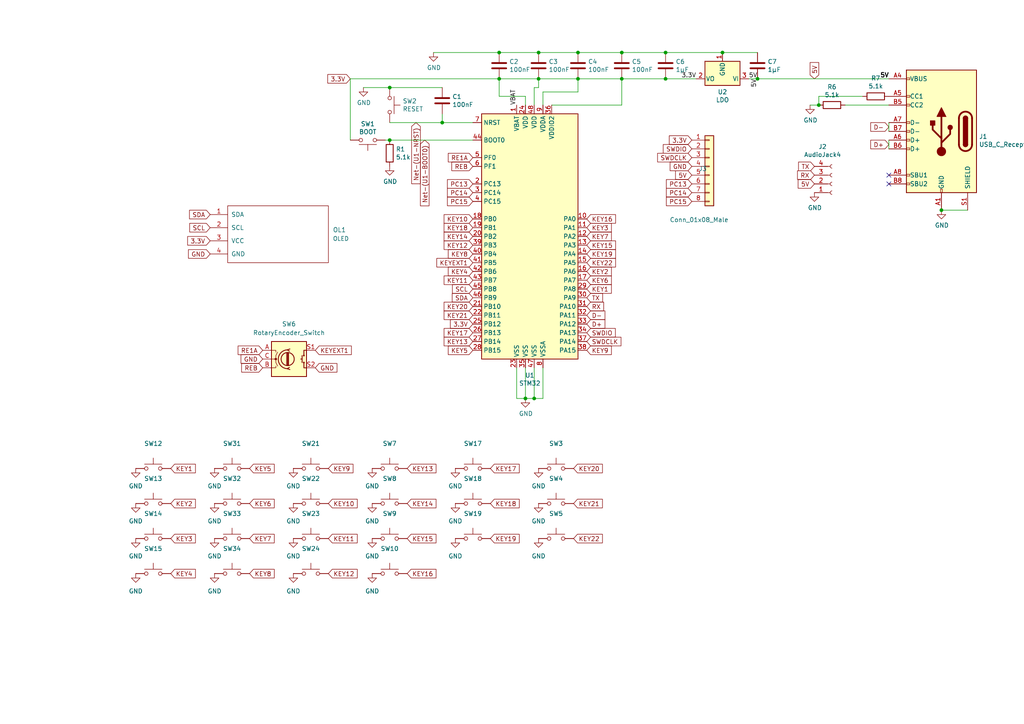
<source format=kicad_sch>
(kicad_sch (version 20231120) (generator "eeschema") (generator_version "8.0")
  (paper "A4")
  (lib_symbols
    (symbol "Connector_Generic:Conn_01x08" (pin_names (offset 1.016) hide)
      (property "Reference" "J" (at 0 10.16 0))
      (property "Value" "Conn_01x08" (at 0 -12.7 0))
      (symbol "Conn_01x08_1_1"
        (rectangle (start -1.27 -10.033) (end 0 -10.287) (stroke (width 0.1524)))
        (rectangle (start -1.27 -7.493) (end 0 -7.747) (stroke (width 0.1524)))
        (rectangle (start -1.27 -4.953) (end 0 -5.207) (stroke (width 0.1524)))
        (rectangle (start -1.27 -2.413) (end 0 -2.667) (stroke (width 0.1524)))
        (rectangle (start -1.27 0.127) (end 0 -0.127) (stroke (width 0.1524)))
        (rectangle (start -1.27 2.667) (end 0 2.413) (stroke (width 0.1524)))
        (rectangle (start -1.27 5.207) (end 0 4.953) (stroke (width 0.1524)))
        (rectangle (start -1.27 7.747) (end 0 7.493) (stroke (width 0.1524)))
        (rectangle (start -1.27 8.89) (end 1.27 -11.43) (stroke (width 0.254)) (fill (type background)))
        (pin passive line (at -5.08 7.62 0) (length 3.81) (name "Pin_1") (number "1"))
        (pin passive line (at -5.08 5.08 0) (length 3.81) (name "Pin_2") (number "2"))
        (pin passive line (at -5.08 2.54 0) (length 3.81) (name "Pin_3") (number "3"))
        (pin passive line (at -5.08 0 0) (length 3.81) (name "Pin_4") (number "4"))
        (pin passive line (at -5.08 -2.54 0) (length 3.81) (name "Pin_5") (number "5"))
        (pin passive line (at -5.08 -5.08 0) (length 3.81) (name "Pin_6") (number "6"))
        (pin passive line (at -5.08 -7.62 0) (length 3.81) (name "Pin_7") (number "7"))
        (pin passive line (at -5.08 -10.16 0) (length 3.81) (name "Pin_8") (number "8"))
      )
    )
    (symbol "Device:C" (pin_numbers hide) (pin_names (offset 0.254))
      (property "Reference" "C" (at 0.635 2.54 0))
      (property "Value" "C" (at 0.635 -2.54 0))
      (symbol "C_0_1"
        (polyline (pts (xy -2.032 -0.762) (xy 2.032 -0.762)) (stroke (width 0.508)))
        (polyline (pts (xy -2.032 0.762) (xy 2.032 0.762)) (stroke (width 0.508)))
      )
      (symbol "C_1_1"
        (pin passive line (at 0 3.81 270) (length 2.794) (name "~") (number "1"))
        (pin passive line (at 0 -3.81 90) (length 2.794) (name "~") (number "2"))
      )
    )
    (symbol "Device:R" (pin_numbers hide) (pin_names (offset 0))
      (property "Reference" "R" (at 2.032 0 90))
      (property "Value" "R" (at 0 0 90))
      (symbol "R_0_1"
        (rectangle (start -1.016 -2.54) (end 1.016 2.54) (stroke (width 0.254)))
      )
      (symbol "R_1_1"
        (pin passive line (at 0 3.81 270) (length 1.27) (name "~") (number "1"))
        (pin passive line (at 0 -3.81 90) (length 1.27) (name "~") (number "2"))
      )
    )
    (symbol "Device:RotaryEncoder_Switch" (pin_names (offset 0.254) hide)
      (property "Reference" "SW" (at 0 6.604 0))
      (property "Value" "RotaryEncoder_Switch" (at 0 -6.604 0))
      (symbol "RotaryEncoder_Switch_0_1"
        (rectangle (start -5.08 5.08) (end 5.08 -5.08) (stroke (width 0.254)) (fill (type background)))
        (circle (center -3.81 0) (radius 0.254) (fill (type outline)))
        (circle (center -0.381 0) (radius 1.905) (stroke (width 0.254)))
        (arc (start -0.381 2.667) (mid -3.0988 -0.0635) (end -0.381 -2.794) (stroke (width 0.254)))
        (polyline (pts (xy -0.635 -1.778) (xy -0.635 1.778)) (stroke (width 0.254)))
        (polyline (pts (xy -0.381 -1.778) (xy -0.381 1.778)) (stroke (width 0.254)))
        (polyline (pts (xy -0.127 1.778) (xy -0.127 -1.778)) (stroke (width 0.254)))
        (polyline (pts (xy 3.81 0) (xy 3.429 0)) (stroke (width 0.254)))
        (polyline (pts (xy 3.81 1.016) (xy 3.81 -1.016)) (stroke (width 0.254)))
        (polyline (pts (xy -5.08 -2.54) (xy -3.81 -2.54) (xy -3.81 -2.032)))
        (polyline (pts (xy -5.08 2.54) (xy -3.81 2.54) (xy -3.81 2.032)))
        (polyline (pts (xy 0.254 -3.048) (xy -0.508 -2.794) (xy 0.127 -2.413)) (stroke (width 0.254)))
        (polyline (pts (xy 0.254 2.921) (xy -0.508 2.667) (xy 0.127 2.286)) (stroke (width 0.254)))
        (polyline (pts (xy 5.08 -2.54) (xy 4.318 -2.54) (xy 4.318 -1.016)) (stroke (width 0.254)))
        (polyline (pts (xy 5.08 2.54) (xy 4.318 2.54) (xy 4.318 1.016)) (stroke (width 0.254)))
        (polyline (pts (xy -5.08 0) (xy -3.81 0) (xy -3.81 -1.016) (xy -3.302 -2.032)))
        (polyline (pts (xy -4.318 0) (xy -3.81 0) (xy -3.81 1.016) (xy -3.302 2.032)))
        (circle (center 4.318 -1.016) (radius 0.127) (stroke (width 0.254)))
        (circle (center 4.318 1.016) (radius 0.127) (stroke (width 0.254)))
      )
      (symbol "RotaryEncoder_Switch_1_1"
        (pin passive line (at -7.62 2.54 0) (length 2.54) (name "A") (number "A"))
        (pin passive line (at -7.62 -2.54 0) (length 2.54) (name "B") (number "B"))
        (pin passive line (at -7.62 0 0) (length 2.54) (name "C") (number "C"))
        (pin passive line (at 7.62 2.54 180) (length 2.54) (name "S1") (number "S1"))
        (pin passive line (at 7.62 -2.54 180) (length 2.54) (name "S2") (number "S2"))
      )
    )
    (symbol "Switch:SW_Push" (pin_numbers hide) (pin_names (offset 1.016) hide)
      (property "Reference" "SW" (at 1.27 2.54 0))
      (property "Value" "SW_Push" (at 0 -1.524 0))
      (symbol "SW_Push_0_1"
        (circle (center -2.032 0) (radius 0.508))
        (polyline (pts (xy 0 1.27) (xy 0 3.048)))
        (polyline (pts (xy 2.54 1.27) (xy -2.54 1.27)))
        (circle (center 2.032 0) (radius 0.508))
        (pin passive line (at -5.08 0 0) (length 2.54) (name "1") (number "1"))
        (pin passive line (at 5.08 0 180) (length 2.54) (name "2") (number "2"))
      )
    )
    (symbol "kbd:OLED" (pin_names (offset 1.016))
      (property "Reference" "OL" (at 0 2.54 0))
      (property "Value" "OLED" (at 0 -1.27 0))
      (symbol "OLED_0_1"
        (rectangle (start -13.97 8.89) (end 15.24 -7.62))
      )
      (symbol "OLED_1_1"
        (pin bidirectional line (at -19.05 6.35 0) (length 5.08) (name "SDA") (number "1"))
        (pin bidirectional line (at -19.05 2.54 0) (length 5.08) (name "SCL") (number "2"))
        (pin power_in line (at -19.05 -1.27 0) (length 5.08) (name "VCC") (number "3"))
        (pin power_in line (at -19.05 -5.08 0) (length 5.08) (name "GND") (number "4"))
      )
    )
    (symbol "power:GND" (power) (pin_numbers hide) (pin_names (offset 0) hide)
      (property "Value" "GND" (at 0 -3.81 0))
      (symbol "GND_0_1"
        (polyline (pts (xy 0 0) (xy 0 -1.27) (xy 1.27 -1.27) (xy 0 -2.54) (xy -1.27 -1.27) (xy 0 -1.27)))
      )
      (symbol "GND_1_1"
        (pin power_in line (at 0 0 270) (length 0) (name "~") (number "1"))
      )
    )
    (symbol "right-rescue:Conn_01x04_Female-Connector" (pin_names (offset 1.016) hide)
      (property "Reference" "J" (at 0 5.08 0))
      (property "Value" "Connector_Conn_01x04_Female" (at 0 -7.62 0))
      (symbol "Conn_01x04_Female-Connector_1_1"
        (arc (start 0 -4.572) (mid -0.508 -5.08) (end 0 -5.588) (stroke (width 0.1524)))
        (arc (start 0 -2.032) (mid -0.508 -2.54) (end 0 -3.048) (stroke (width 0.1524)))
        (polyline (pts (xy -1.27 -5.08) (xy -0.508 -5.08)) (stroke (width 0.1524)))
        (polyline (pts (xy -1.27 -2.54) (xy -0.508 -2.54)) (stroke (width 0.1524)))
        (polyline (pts (xy -1.27 0) (xy -0.508 0)) (stroke (width 0.1524)))
        (polyline (pts (xy -1.27 2.54) (xy -0.508 2.54)) (stroke (width 0.1524)))
        (arc (start 0 0.508) (mid -0.508 0) (end 0 -0.508) (stroke (width 0.1524)))
        (arc (start 0 3.048) (mid -0.508 2.54) (end 0 2.032) (stroke (width 0.1524)))
        (pin passive line (at -5.08 2.54 0) (length 3.81) (name "Pin_1") (number "1"))
        (pin passive line (at -5.08 0 0) (length 3.81) (name "Pin_2") (number "2"))
        (pin passive line (at -5.08 -2.54 0) (length 3.81) (name "Pin_3") (number "3"))
        (pin passive line (at -5.08 -5.08 0) (length 3.81) (name "Pin_4") (number "4"))
      )
    )
    (symbol "right-rescue:GND-power" (power) (pin_names (offset 0))
      (property "Value" "power_GND" (at 0 -3.81 0))
      (symbol "GND-power_0_1"
        (polyline (pts (xy 0 0) (xy 0 -1.27) (xy 1.27 -1.27) (xy 0 -2.54) (xy -1.27 -1.27) (xy 0 -1.27)))
      )
      (symbol "GND-power_1_1"
        (pin power_in line (at 0 0 270) (length 0) hide (name "GND") (number "1"))
      )
    )
    (symbol "right-rescue:MCP1703A-3302_SOT23-Regulator_Linear" (pin_names (offset 0.254))
      (property "Reference" "U" (at -3.81 3.175 0))
      (property "Value" "Regulator_Linear_MCP1703A-3302_SOT23" (at 0 3.175 0))
      (symbol "MCP1703A-3302_SOT23-Regulator_Linear_0_1"
        (rectangle (start -5.08 -5.08) (end 5.08 1.905) (stroke (width 0.254)) (fill (type background)))
      )
      (symbol "MCP1703A-3302_SOT23-Regulator_Linear_1_1"
        (pin power_in line (at 0 -7.62 90) (length 2.54) (name "GND") (number "1"))
        (pin power_out line (at 7.62 0 180) (length 2.54) (name "VO") (number "2"))
        (pin power_in line (at -7.62 0 0) (length 2.54) (name "VI") (number "3"))
      )
    )
    (symbol "right-rescue:STM32F072CBTx-MCU_ST_STM32F0"
      (property "Reference" "U" (at -15.24 36.83 0))
      (property "Value" "MCU_ST_STM32F0_STM32F072CBTx" (at 7.62 36.83 0))
      (symbol "STM32F072CBTx-MCU_ST_STM32F0_0_1"
        (rectangle (start -15.24 -35.56) (end 12.7 35.56) (stroke (width 0.254)) (fill (type background)))
      )
      (symbol "STM32F072CBTx-MCU_ST_STM32F0_1_1"
        (pin power_in line (at -5.08 38.1 270) (length 2.54) (name "VBAT") (number "1"))
        (pin bidirectional line (at 15.24 5.08 180) (length 2.54) (name "PA0") (number "10"))
        (pin bidirectional line (at 15.24 2.54 180) (length 2.54) (name "PA1") (number "11"))
        (pin bidirectional line (at 15.24 0 180) (length 2.54) (name "PA2") (number "12"))
        (pin bidirectional line (at 15.24 -2.54 180) (length 2.54) (name "PA3") (number "13"))
        (pin bidirectional line (at 15.24 -5.08 180) (length 2.54) (name "PA4") (number "14"))
        (pin bidirectional line (at 15.24 -7.62 180) (length 2.54) (name "PA5") (number "15"))
        (pin bidirectional line (at 15.24 -10.16 180) (length 2.54) (name "PA6") (number "16"))
        (pin bidirectional line (at 15.24 -12.7 180) (length 2.54) (name "PA7") (number "17"))
        (pin bidirectional line (at -17.78 5.08 0) (length 2.54) (name "PB0") (number "18"))
        (pin bidirectional line (at -17.78 2.54 0) (length 2.54) (name "PB1") (number "19"))
        (pin bidirectional line (at -17.78 15.24 0) (length 2.54) (name "PC13") (number "2"))
        (pin bidirectional line (at -17.78 0 0) (length 2.54) (name "PB2") (number "20"))
        (pin bidirectional line (at -17.78 -20.32 0) (length 2.54) (name "PB10") (number "21"))
        (pin bidirectional line (at -17.78 -22.86 0) (length 2.54) (name "PB11") (number "22"))
        (pin power_in line (at -5.08 -38.1 90) (length 2.54) (name "VSS") (number "23"))
        (pin power_in line (at -2.54 38.1 270) (length 2.54) (name "VDD") (number "24"))
        (pin bidirectional line (at -17.78 -25.4 0) (length 2.54) (name "PB12") (number "25"))
        (pin bidirectional line (at -17.78 -27.94 0) (length 2.54) (name "PB13") (number "26"))
        (pin bidirectional line (at -17.78 -30.48 0) (length 2.54) (name "PB14") (number "27"))
        (pin bidirectional line (at -17.78 -33.02 0) (length 2.54) (name "PB15") (number "28"))
        (pin bidirectional line (at 15.24 -15.24 180) (length 2.54) (name "PA8") (number "29"))
        (pin bidirectional line (at -17.78 12.7 0) (length 2.54) (name "PC14") (number "3"))
        (pin bidirectional line (at 15.24 -17.78 180) (length 2.54) (name "PA9") (number "30"))
        (pin bidirectional line (at 15.24 -20.32 180) (length 2.54) (name "PA10") (number "31"))
        (pin bidirectional line (at 15.24 -22.86 180) (length 2.54) (name "PA11") (number "32"))
        (pin bidirectional line (at 15.24 -25.4 180) (length 2.54) (name "PA12") (number "33"))
        (pin bidirectional line (at 15.24 -27.94 180) (length 2.54) (name "PA13") (number "34"))
        (pin power_in line (at -2.54 -38.1 90) (length 2.54) (name "VSS") (number "35"))
        (pin power_in line (at 5.08 38.1 270) (length 2.54) (name "VDDIO2") (number "36"))
        (pin bidirectional line (at 15.24 -30.48 180) (length 2.54) (name "PA14") (number "37"))
        (pin bidirectional line (at 15.24 -33.02 180) (length 2.54) (name "PA15") (number "38"))
        (pin bidirectional line (at -17.78 -2.54 0) (length 2.54) (name "PB3") (number "39"))
        (pin bidirectional line (at -17.78 10.16 0) (length 2.54) (name "PC15") (number "4"))
        (pin bidirectional line (at -17.78 -5.08 0) (length 2.54) (name "PB4") (number "40"))
        (pin bidirectional line (at -17.78 -7.62 0) (length 2.54) (name "PB5") (number "41"))
        (pin bidirectional line (at -17.78 -10.16 0) (length 2.54) (name "PB6") (number "42"))
        (pin bidirectional line (at -17.78 -12.7 0) (length 2.54) (name "PB7") (number "43"))
        (pin input line (at -17.78 27.94 0) (length 2.54) (name "BOOT0") (number "44"))
        (pin bidirectional line (at -17.78 -15.24 0) (length 2.54) (name "PB8") (number "45"))
        (pin bidirectional line (at -17.78 -17.78 0) (length 2.54) (name "PB9") (number "46"))
        (pin power_in line (at 0 -38.1 90) (length 2.54) (name "VSS") (number "47"))
        (pin power_in line (at 0 38.1 270) (length 2.54) (name "VDD") (number "48"))
        (pin input line (at -17.78 22.86 0) (length 2.54) (name "PF0") (number "5"))
        (pin input line (at -17.78 20.32 0) (length 2.54) (name "PF1") (number "6"))
        (pin input line (at -17.78 33.02 0) (length 2.54) (name "NRST") (number "7"))
        (pin power_in line (at 2.54 -38.1 90) (length 2.54) (name "VSSA") (number "8"))
        (pin power_in line (at 2.54 38.1 270) (length 2.54) (name "VDDA") (number "9"))
      )
    )
    (symbol "right-rescue:USB_C_Receptacle_USB2.0-Connector" (pin_names (offset 1.016))
      (property "Reference" "J" (at -10.16 19.05 0))
      (property "Value" "Connector_USB_C_Receptacle_USB2.0" (at 19.05 19.05 0))
      (symbol "USB_C_Receptacle_USB2.0-Connector_0_0"
        (rectangle (start -0.254 -17.78) (end 0.254 -16.764))
        (rectangle (start 10.16 -14.986) (end 9.144 -15.494))
        (rectangle (start 10.16 -12.446) (end 9.144 -12.954))
        (rectangle (start 10.16 -4.826) (end 9.144 -5.334))
        (rectangle (start 10.16 -2.286) (end 9.144 -2.794))
        (rectangle (start 10.16 0.254) (end 9.144 -0.254))
        (rectangle (start 10.16 2.794) (end 9.144 2.286))
        (rectangle (start 10.16 7.874) (end 9.144 7.366))
        (rectangle (start 10.16 10.414) (end 9.144 9.906))
        (rectangle (start 10.16 15.494) (end 9.144 14.986))
      )
      (symbol "USB_C_Receptacle_USB2.0-Connector_0_1"
        (rectangle (start -10.16 17.78) (end 10.16 -17.78) (stroke (width 0.254)) (fill (type background)))
        (arc (start -8.89 -3.81) (mid -6.985 -5.715) (end -5.08 -3.81) (stroke (width 0.508)))
        (arc (start -7.62 -3.81) (mid -6.985 -4.445) (end -6.35 -3.81) (stroke (width 0.254)))
        (arc (start -7.62 -3.81) (mid -6.985 -4.445) (end -6.35 -3.81) (stroke (width 0.254)) (fill (type outline)))
        (rectangle (start -7.62 -3.81) (end -6.35 3.81) (stroke (width 0.254)) (fill (type outline)))
        (arc (start -6.35 3.81) (mid -6.985 4.445) (end -7.62 3.81) (stroke (width 0.254)))
        (arc (start -6.35 3.81) (mid -6.985 4.445) (end -7.62 3.81) (stroke (width 0.254)) (fill (type outline)))
        (arc (start -5.08 3.81) (mid -6.985 5.715) (end -8.89 3.81) (stroke (width 0.508)))
        (circle (center -2.54 1.143) (radius 0.635) (stroke (width 0.254)) (fill (type outline)))
        (circle (center 0 -5.842) (radius 1.27) (fill (type outline)))
        (polyline (pts (xy -8.89 -3.81) (xy -8.89 3.81)) (stroke (width 0.508)))
        (polyline (pts (xy -5.08 3.81) (xy -5.08 -3.81)) (stroke (width 0.508)))
        (polyline (pts (xy 0 -5.842) (xy 0 4.318)) (stroke (width 0.508)))
        (polyline (pts (xy 0 -3.302) (xy -2.54 -0.762) (xy -2.54 0.508)) (stroke (width 0.508)))
        (polyline (pts (xy 0 -2.032) (xy 2.54 0.508) (xy 2.54 1.778)) (stroke (width 0.508)))
        (polyline (pts (xy -1.27 4.318) (xy 0 6.858) (xy 1.27 4.318) (xy -1.27 4.318)) (stroke (width 0.254)) (fill (type outline)))
        (rectangle (start 1.905 1.778) (end 3.175 3.048) (stroke (width 0.254)) (fill (type outline)))
      )
      (symbol "USB_C_Receptacle_USB2.0-Connector_1_1"
        (pin power_in line (at 0 -22.86 90) (length 5.08) (name "GND") (number "A1"))
        (pin passive line (at 0 -22.86 90) (length 5.08) hide (name "GND") (number "A12"))
        (pin power_in line (at 15.24 15.24 180) (length 5.08) (name "VBUS") (number "A4"))
        (pin bidirectional line (at 15.24 10.16 180) (length 5.08) (name "CC1") (number "A5"))
        (pin bidirectional line (at 15.24 -2.54 180) (length 5.08) (name "D+") (number "A6"))
        (pin bidirectional line (at 15.24 2.54 180) (length 5.08) (name "D-") (number "A7"))
        (pin bidirectional line (at 15.24 -12.7 180) (length 5.08) (name "SBU1") (number "A8"))
        (pin passive line (at 15.24 15.24 180) (length 5.08) hide (name "VBUS") (number "A9"))
        (pin passive line (at 0 -22.86 90) (length 5.08) hide (name "GND") (number "B1"))
        (pin passive line (at 0 -22.86 90) (length 5.08) hide (name "GND") (number "B12"))
        (pin passive line (at 15.24 15.24 180) (length 5.08) hide (name "VBUS") (number "B4"))
        (pin bidirectional line (at 15.24 7.62 180) (length 5.08) (name "CC2") (number "B5"))
        (pin bidirectional line (at 15.24 -5.08 180) (length 5.08) (name "D+") (number "B6"))
        (pin bidirectional line (at 15.24 0 180) (length 5.08) (name "D-") (number "B7"))
        (pin bidirectional line (at 15.24 -15.24 180) (length 5.08) (name "SBU2") (number "B8"))
        (pin passive line (at 15.24 15.24 180) (length 5.08) hide (name "VBUS") (number "B9"))
        (pin passive line (at -7.62 -22.86 90) (length 5.08) (name "SHIELD") (number "S1"))
      )
    )
  )
  (junction (at 193.04 22.86))
  (junction (at 113.03 40.64))
  (junction (at 193.04 15.24))
  (junction (at 156.21 15.24))
  (junction (at 154.94 115.57))
  (junction (at 113.03 25.4))
  (junction (at 180.34 22.86))
  (junction (at 144.78 15.24))
  (junction (at 144.78 22.86))
  (junction (at 209.55 15.24))
  (junction (at 167.64 22.86))
  (junction (at 152.4 115.57))
  (junction (at 156.21 22.86))
  (junction (at 180.34 15.24))
  (junction (at 273.05 60.96))
  (junction (at 128.27 35.56))
  (junction (at 219.71 22.86))
  (junction (at 167.64 15.24))
  (junction (at 237.49 30.48))
  (no_connect (at 257.81 50.8))
  (no_connect (at 257.81 53.34))
  (wire (pts (xy 154.94 25.4) (xy 156.21 25.4)))
  (wire (pts (xy 219.71 22.86) (xy 257.81 22.86)))
  (wire (pts (xy 101.6 40.64) (xy 101.6 22.86)))
  (wire (pts (xy 149.86 115.57) (xy 152.4 115.57)))
  (wire (pts (xy 144.78 15.24) (xy 156.21 15.24)))
  (wire (pts (xy 180.34 15.24) (xy 193.04 15.24)))
  (wire (pts (xy 113.03 25.4) (xy 128.27 25.4)))
  (wire (pts (xy 154.94 30.48) (xy 154.94 25.4)))
  (wire (pts (xy 152.4 27.94) (xy 144.78 27.94)))
  (wire (pts (xy 180.34 30.48) (xy 180.34 22.86)))
  (wire (pts (xy 113.03 40.64) (xy 137.16 40.64)))
  (wire (pts (xy 219.71 15.24) (xy 209.55 15.24)))
  (wire (pts (xy 167.64 15.24) (xy 180.34 15.24)))
  (wire (pts (xy 125.73 15.24) (xy 144.78 15.24)))
  (wire (pts (xy 180.34 22.86) (xy 193.04 22.86)))
  (wire (pts (xy 154.94 106.68) (xy 154.94 115.57)))
  (wire (pts (xy 111.76 40.64) (xy 113.03 40.64)))
  (wire (pts (xy 113.03 35.56) (xy 128.27 35.56)))
  (wire (pts (xy 101.6 22.86) (xy 144.78 22.86)))
  (wire (pts (xy 128.27 35.56) (xy 128.27 33.02)))
  (wire (pts (xy 250.19 27.94) (xy 237.49 27.94)))
  (wire (pts (xy 167.64 22.86) (xy 180.34 22.86)))
  (wire (pts (xy 167.64 26.67) (xy 157.48 26.67)))
  (wire (pts (xy 157.48 106.68) (xy 157.48 115.57)))
  (wire (pts (xy 280.67 60.96) (xy 273.05 60.96)))
  (wire (pts (xy 128.27 35.56) (xy 137.16 35.56)))
  (wire (pts (xy 257.81 35.56) (xy 257.81 38.1)))
  (wire (pts (xy 156.21 22.86) (xy 167.64 22.86)))
  (wire (pts (xy 257.81 40.64) (xy 257.81 43.18)))
  (wire (pts (xy 245.11 30.48) (xy 257.81 30.48)))
  (wire (pts (xy 193.04 22.86) (xy 201.93 22.86)))
  (wire (pts (xy 237.49 27.94) (xy 237.49 30.48)))
  (wire (pts (xy 149.86 106.68) (xy 149.86 115.57)))
  (wire (pts (xy 157.48 26.67) (xy 157.48 30.48)))
  (wire (pts (xy 157.48 115.57) (xy 154.94 115.57)))
  (wire (pts (xy 152.4 30.48) (xy 152.4 27.94)))
  (wire (pts (xy 156.21 25.4) (xy 156.21 22.86)))
  (wire (pts (xy 154.94 115.57) (xy 152.4 115.57)))
  (wire (pts (xy 156.21 15.24) (xy 167.64 15.24)))
  (wire (pts (xy 113.03 25.4) (xy 105.41 25.4)))
  (wire (pts (xy 167.64 22.86) (xy 167.64 26.67)))
  (wire (pts (xy 144.78 27.94) (xy 144.78 22.86)))
  (wire (pts (xy 234.95 30.48) (xy 237.49 30.48)))
  (wire (pts (xy 144.78 22.86) (xy 156.21 22.86)))
  (wire (pts (xy 193.04 15.24) (xy 209.55 15.24)))
  (wire (pts (xy 219.71 22.86) (xy 217.17 22.86)))
  (wire (pts (xy 152.4 106.68) (xy 152.4 115.57)))
  (wire (pts (xy 160.02 30.48) (xy 180.34 30.48)))
  (label "5V" (at 217.17 22.86 0))
  (label "5V" (at 257.81 22.86 180))
  (label "5V" (at 257.81 22.86 180))
  (label "5V" (at 219.71 22.86 270))
  (label "5V" (at 257.81 22.86 180))
  (label "5V" (at 257.81 22.86 180))
  (label "VBAT" (at 149.86 30.48 90))
  (label "5V" (at 257.81 22.86 180))
  (label "5V" (at 257.81 22.86 180))
  (label "5V" (at 257.81 22.86 180))
  (label "5V" (at 257.81 22.86 180))
  (label "5V" (at 257.81 22.86 180))
  (label "5V" (at 257.81 22.86 180))
  (label "3.3V" (at 201.93 22.86 180))
  (label "5V" (at 257.81 22.86 180))
  (global_label "KEY12" (shape input) (at 95.25 166.37 0) (property "Intersheetrefs" "${INTERSHEET_REFS}" (effects (hide yes))))
  (global_label "SWDCLK" (shape input) (at 170.18 99.06 0) (property "Intersheetrefs" "${INTERSHEET_REFS}" (effects (hide yes))))
  (global_label "KEY20" (shape input) (at 166.37 135.89 0) (property "Intersheetrefs" "${INTERSHEET_REFS}" (effects (hide yes))))
  (global_label "KEY13" (shape input) (at 118.11 135.89 0) (property "Intersheetrefs" "${INTERSHEET_REFS}" (effects (hide yes))))
  (global_label "5V" (shape input) (at 236.22 53.34 180) (property "Intersheetrefs" "${INTERSHEET_REFS}" (effects (hide yes))))
  (global_label "KEYEXT1" (shape input) (at 91.44 101.6 0) (property "Intersheetrefs" "${INTERSHEET_REFS}" (effects (hide yes))))
  (global_label "REB" (shape input) (at 137.16 48.26 180) (property "Intersheetrefs" "${INTERSHEET_REFS}" (effects (hide yes))))
  (global_label "KEY3" (shape input) (at 170.18 66.04 0) (property "Intersheetrefs" "${INTERSHEET_REFS}" (effects (hide yes))))
  (global_label "TX" (shape input) (at 170.18 86.36 0) (property "Intersheetrefs" "${INTERSHEET_REFS}" (effects (hide yes))))
  (global_label "KEY6" (shape input) (at 72.39 146.05 0) (property "Intersheetrefs" "${INTERSHEET_REFS}" (effects (hide yes))))
  (global_label "KEY6" (shape input) (at 170.18 81.28 0) (property "Intersheetrefs" "${INTERSHEET_REFS}" (effects (hide yes))))
  (global_label "SWDIO" (shape input) (at 200.66 43.18 180) (property "Intersheetrefs" "${INTERSHEET_REFS}" (effects (hide yes))))
  (global_label "D-" (shape input) (at 170.18 91.44 0) (property "Intersheetrefs" "${INTERSHEET_REFS}" (effects (hide yes))))
  (global_label "KEY5" (shape input) (at 72.39 135.89 0) (property "Intersheetrefs" "${INTERSHEET_REFS}" (effects (hide yes))))
  (global_label "GND" (shape input) (at 60.96 73.66 180) (property "Intersheetrefs" "${INTERSHEET_REFS}" (effects (hide yes))))
  (global_label "PC14" (shape input) (at 137.16 55.88 180) (property "Intersheetrefs" "${INTERSHEET_REFS}" (effects (hide yes))))
  (global_label "PC13" (shape input) (at 137.16 53.34 180) (property "Intersheetrefs" "${INTERSHEET_REFS}" (effects (hide yes))))
  (global_label "KEY22" (shape input) (at 166.37 156.21 0) (property "Intersheetrefs" "${INTERSHEET_REFS}" (effects (hide yes))))
  (global_label "D+" (shape input) (at 257.81 41.91 180) (property "Intersheetrefs" "${INTERSHEET_REFS}" (effects (hide yes))))
  (global_label "3.3V" (shape input) (at 137.16 93.98 180) (property "Intersheetrefs" "${INTERSHEET_REFS}" (effects (hide yes))))
  (global_label "KEY10" (shape input) (at 137.16 63.5 180) (property "Intersheetrefs" "${INTERSHEET_REFS}" (effects (hide yes))))
  (global_label "5V" (shape input) (at 236.22 22.86 90) (property "Intersheetrefs" "${INTERSHEET_REFS}" (effects (hide yes))))
  (global_label "KEY8" (shape input) (at 137.16 73.66 180) (property "Intersheetrefs" "${INTERSHEET_REFS}" (effects (hide yes))))
  (global_label "Net-(U1-BOOT0)" (shape input) (at 123.19 40.64 270) (property "Intersheetrefs" "${INTERSHEET_REFS}" (effects (hide yes))))
  (global_label "KEY22" (shape input) (at 170.18 76.2 0) (property "Intersheetrefs" "${INTERSHEET_REFS}" (effects (hide yes))))
  (global_label "KEY8" (shape input) (at 72.39 166.37 0) (property "Intersheetrefs" "${INTERSHEET_REFS}" (effects (hide yes))))
  (global_label "KEY5" (shape input) (at 137.16 101.6 180) (property "Intersheetrefs" "${INTERSHEET_REFS}" (effects (hide yes))))
  (global_label "KEY2" (shape input) (at 49.53 146.05 0) (property "Intersheetrefs" "${INTERSHEET_REFS}" (effects (hide yes))))
  (global_label "GND" (shape input) (at 91.44 106.68 0) (property "Intersheetrefs" "${INTERSHEET_REFS}" (effects (hide yes))))
  (global_label "KEY4" (shape input) (at 137.16 78.74 180) (property "Intersheetrefs" "${INTERSHEET_REFS}" (effects (hide yes))))
  (global_label "KEY1" (shape input) (at 49.53 135.89 0) (property "Intersheetrefs" "${INTERSHEET_REFS}" (effects (hide yes))))
  (global_label "SCL" (shape input) (at 137.16 83.82 180) (property "Intersheetrefs" "${INTERSHEET_REFS}" (effects (hide yes))))
  (global_label "KEY20" (shape input) (at 137.16 88.9 180) (property "Intersheetrefs" "${INTERSHEET_REFS}" (effects (hide yes))))
  (global_label "RE1A" (shape input) (at 76.2 101.6 180) (property "Intersheetrefs" "${INTERSHEET_REFS}" (effects (hide yes))))
  (global_label "KEY13" (shape input) (at 137.16 99.06 180) (property "Intersheetrefs" "${INTERSHEET_REFS}" (effects (hide yes))))
  (global_label "KEY19" (shape input) (at 170.18 73.66 0) (property "Intersheetrefs" "${INTERSHEET_REFS}" (effects (hide yes))))
  (global_label "REB" (shape input) (at 76.2 106.68 180) (property "Intersheetrefs" "${INTERSHEET_REFS}" (effects (hide yes))))
  (global_label "3.3V" (shape input) (at 200.66 40.64 180) (property "Intersheetrefs" "${INTERSHEET_REFS}" (effects (hide yes))))
  (global_label "Net-(U1-NRST)" (shape input) (at 120.65 35.56 270) (property "Intersheetrefs" "${INTERSHEET_REFS}" (effects (hide yes))))
  (global_label "KEY14" (shape input) (at 137.16 68.58 180) (property "Intersheetrefs" "${INTERSHEET_REFS}" (effects (hide yes))))
  (global_label "3.3V" (shape input) (at 101.6 22.86 180) (property "Intersheetrefs" "${INTERSHEET_REFS}" (effects (hide yes))))
  (global_label "KEY16" (shape input) (at 118.11 166.37 0) (property "Intersheetrefs" "${INTERSHEET_REFS}" (effects (hide yes))))
  (global_label "D+" (shape input) (at 170.18 93.98 0) (property "Intersheetrefs" "${INTERSHEET_REFS}" (effects (hide yes))))
  (global_label "SDA" (shape input) (at 137.16 86.36 180) (property "Intersheetrefs" "${INTERSHEET_REFS}" (effects (hide yes))))
  (global_label "KEY11" (shape input) (at 95.25 156.21 0) (property "Intersheetrefs" "${INTERSHEET_REFS}" (effects (hide yes))))
  (global_label "KEY19" (shape input) (at 142.24 156.21 0) (property "Intersheetrefs" "${INTERSHEET_REFS}" (effects (hide yes))))
  (global_label "PC13" (shape input) (at 200.66 53.34 180) (property "Intersheetrefs" "${INTERSHEET_REFS}" (effects (hide yes))))
  (global_label "RX" (shape input) (at 236.22 50.8 180) (property "Intersheetrefs" "${INTERSHEET_REFS}" (effects (hide yes))))
  (global_label "KEY17" (shape input) (at 142.24 135.89 0) (property "Intersheetrefs" "${INTERSHEET_REFS}" (effects (hide yes))))
  (global_label "SWDIO" (shape input) (at 170.18 96.52 0) (property "Intersheetrefs" "${INTERSHEET_REFS}" (effects (hide yes))))
  (global_label "KEY1" (shape input) (at 170.18 83.82 0) (property "Intersheetrefs" "${INTERSHEET_REFS}" (effects (hide yes))))
  (global_label "TX" (shape input) (at 236.22 48.26 180) (property "Intersheetrefs" "${INTERSHEET_REFS}" (effects (hide yes))))
  (global_label "KEY16" (shape input) (at 170.18 63.5 0) (property "Intersheetrefs" "${INTERSHEET_REFS}" (effects (hide yes))))
  (global_label "GND" (shape input) (at 200.66 48.26 180) (property "Intersheetrefs" "${INTERSHEET_REFS}" (effects (hide yes))))
  (global_label "D-" (shape input) (at 257.81 36.83 180) (property "Intersheetrefs" "${INTERSHEET_REFS}" (effects (hide yes))))
  (global_label "KEY21" (shape input) (at 137.16 91.44 180) (property "Intersheetrefs" "${INTERSHEET_REFS}" (effects (hide yes))))
  (global_label "3.3V" (shape input) (at 60.96 69.85 180) (property "Intersheetrefs" "${INTERSHEET_REFS}" (effects (hide yes))))
  (global_label "SCL" (shape input) (at 60.96 66.04 180) (property "Intersheetrefs" "${INTERSHEET_REFS}" (effects (hide yes))))
  (global_label "KEY2" (shape input) (at 170.18 78.74 0) (property "Intersheetrefs" "${INTERSHEET_REFS}" (effects (hide yes))))
  (global_label "KEY9" (shape input) (at 170.18 101.6 0) (property "Intersheetrefs" "${INTERSHEET_REFS}" (effects (hide yes))))
  (global_label "KEY11" (shape input) (at 137.16 81.28 180) (property "Intersheetrefs" "${INTERSHEET_REFS}" (effects (hide yes))))
  (global_label "KEY21" (shape input) (at 166.37 146.05 0) (property "Intersheetrefs" "${INTERSHEET_REFS}" (effects (hide yes))))
  (global_label "KEY17" (shape input) (at 137.16 96.52 180) (property "Intersheetrefs" "${INTERSHEET_REFS}" (effects (hide yes))))
  (global_label "RE1A" (shape input) (at 137.16 45.72 180) (property "Intersheetrefs" "${INTERSHEET_REFS}" (effects (hide yes))))
  (global_label "KEY12" (shape input) (at 137.16 71.12 180) (property "Intersheetrefs" "${INTERSHEET_REFS}" (effects (hide yes))))
  (global_label "SDA" (shape input) (at 60.96 62.23 180) (property "Intersheetrefs" "${INTERSHEET_REFS}" (effects (hide yes))))
  (global_label "GND" (shape input) (at 76.2 104.14 180) (property "Intersheetrefs" "${INTERSHEET_REFS}" (effects (hide yes))))
  (global_label "KEY3" (shape input) (at 49.53 156.21 0) (property "Intersheetrefs" "${INTERSHEET_REFS}" (effects (hide yes))))
  (global_label "5V" (shape input) (at 200.66 50.8 180) (property "Intersheetrefs" "${INTERSHEET_REFS}" (effects (hide yes))))
  (global_label "KEY15" (shape input) (at 170.18 71.12 0) (property "Intersheetrefs" "${INTERSHEET_REFS}" (effects (hide yes))))
  (global_label "KEY4" (shape input) (at 49.53 166.37 0) (property "Intersheetrefs" "${INTERSHEET_REFS}" (effects (hide yes))))
  (global_label "RX" (shape input) (at 170.18 88.9 0) (property "Intersheetrefs" "${INTERSHEET_REFS}" (effects (hide yes))))
  (global_label "KEY18" (shape input) (at 142.24 146.05 0) (property "Intersheetrefs" "${INTERSHEET_REFS}" (effects (hide yes))))
  (global_label "KEY18" (shape input) (at 137.16 66.04 180) (property "Intersheetrefs" "${INTERSHEET_REFS}" (effects (hide yes))))
  (global_label "SWDCLK" (shape input) (at 200.66 45.72 180) (property "Intersheetrefs" "${INTERSHEET_REFS}" (effects (hide yes))))
  (global_label "KEY9" (shape input) (at 95.25 135.89 0) (property "Intersheetrefs" "${INTERSHEET_REFS}" (effects (hide yes))))
  (global_label "KEY15" (shape input) (at 118.11 156.21 0) (property "Intersheetrefs" "${INTERSHEET_REFS}" (effects (hide yes))))
  (global_label "KEY7" (shape input) (at 170.18 68.58 0) (property "Intersheetrefs" "${INTERSHEET_REFS}" (effects (hide yes))))
  (global_label "KEY10" (shape input) (at 95.25 146.05 0) (property "Intersheetrefs" "${INTERSHEET_REFS}" (effects (hide yes))))
  (global_label "KEY14" (shape input) (at 118.11 146.05 0) (property "Intersheetrefs" "${INTERSHEET_REFS}" (effects (hide yes))))
  (global_label "PC15" (shape input) (at 200.66 58.42 180) (property "Intersheetrefs" "${INTERSHEET_REFS}" (effects (hide yes))))
  (global_label "PC14" (shape input) (at 200.66 55.88 180) (property "Intersheetrefs" "${INTERSHEET_REFS}" (effects (hide yes))))
  (global_label "PC15" (shape input) (at 137.16 58.42 180) (property "Intersheetrefs" "${INTERSHEET_REFS}" (effects (hide yes))))
  (global_label "KEY7" (shape input) (at 72.39 156.21 0) (property "Intersheetrefs" "${INTERSHEET_REFS}" (effects (hide yes))))
  (global_label "KEYEXT1" (shape input) (at 137.16 76.2 180) (property "Intersheetrefs" "${INTERSHEET_REFS}" (effects (hide yes))))
  (symbol (lib_id "right-rescue:STM32F072CBTx-MCU_ST_STM32F0") (at 154.94 68.58 0) (unit 1)
    (property "Reference" "U1" (at 153.67 108.8644 0))
    (property "Value" "STM32" (at 153.67 111.1758 0))
    (property "Footprint" "Package_QFP:LQFP-48_7x7mm_P0.5mm" (effects (hide yes)))
    (property "Datasheet" "http://www.st.com/st-web-ui/static/active/en/resource/technical/document/datasheet/DM00090510.pdf" (effects (hide yes)))
  )
  (symbol (lib_id "Device:C") (at 144.78 19.05 0) (unit 1)
    (property "Reference" "C2" (at 147.701 17.8816 0) (effects (justify left)))
    (property "Value" "100nF" (at 147.701 20.193 0) (effects (justify left)))
    (property "Footprint" "Capacitor_SMD:C_0805_2012Metric_Pad1.15x1.40mm_HandSolder" (effects (hide yes)))
  )
  (symbol (lib_id "Device:C") (at 156.21 19.05 0) (unit 1)
    (property "Reference" "C3" (at 159.131 17.8816 0) (effects (justify left)))
    (property "Value" "100nF" (at 159.131 20.193 0) (effects (justify left)))
    (property "Footprint" "Capacitor_SMD:C_0805_2012Metric_Pad1.15x1.40mm_HandSolder" (effects (hide yes)))
  )
  (symbol (lib_id "Device:C") (at 167.64 19.05 0) (unit 1)
    (property "Reference" "C4" (at 170.561 17.8816 0) (effects (justify left)))
    (property "Value" "100nF" (at 170.561 20.193 0) (effects (justify left)))
    (property "Footprint" "Capacitor_SMD:C_0805_2012Metric_Pad1.15x1.40mm_HandSolder" (effects (hide yes)))
  )
  (symbol (lib_id "Device:C") (at 180.34 19.05 0) (unit 1)
    (property "Reference" "C5" (at 183.261 17.8816 0) (effects (justify left)))
    (property "Value" "100nF" (at 183.261 20.193 0) (effects (justify left)))
    (property "Footprint" "Capacitor_SMD:C_0805_2012Metric_Pad1.15x1.40mm_HandSolder" (effects (hide yes)))
  )
  (symbol (lib_id "Device:C") (at 219.71 19.05 0) (unit 1)
    (property "Reference" "C7" (at 222.631 17.8816 0) (effects (justify left)))
    (property "Value" "1µF" (at 222.631 20.193 0) (effects (justify left)))
    (property "Footprint" "Capacitor_SMD:C_0805_2012Metric_Pad1.15x1.40mm_HandSolder" (effects (hide yes)))
  )
  (symbol (lib_id "right-rescue:GND-power") (at 152.4 115.57 0) (unit 1)
    (property "Reference" "#PWR0101" (effects (hide yes)))
    (property "Value" "GND" (at 152.527 119.9642 0))
  )
  (symbol (lib_id "right-rescue:GND-power") (at 125.73 15.24 0) (unit 1)
    (property "Reference" "#PWR0102" (effects (hide yes)))
    (property "Value" "GND" (at 125.857 19.6342 0))
  )
  (symbol (lib_id "Device:C") (at 128.27 29.21 0) (unit 1)
    (property "Reference" "C1" (at 131.191 28.0416 0) (effects (justify left)))
    (property "Value" "100nF" (at 131.191 30.353 0) (effects (justify left)))
    (property "Footprint" "Capacitor_SMD:C_0805_2012Metric_Pad1.15x1.40mm_HandSolder" (effects (hide yes)))
  )
  (symbol (lib_id "Switch:SW_Push") (at 113.03 30.48 270) (unit 1)
    (property "Reference" "SW2" (at 116.7892 29.3116 90) (effects (justify left)))
    (property "Value" "RESET" (at 116.7892 31.623 90) (effects (justify left)))
    (property "Footprint" "Button_Switch_SMD:SW_SPST_CK_RS282G05A3" (effects (hide yes)))
  )
  (symbol (lib_id "right-rescue:GND-power") (at 105.41 25.4 0) (unit 1)
    (property "Reference" "#PWR0103" (effects (hide yes)))
    (property "Value" "GND" (at 105.537 29.7942 0))
  )
  (symbol (lib_id "Switch:SW_Push") (at 106.68 40.64 180) (unit 1)
    (property "Reference" "SW1" (at 106.68 35.941 0))
    (property "Value" "BOOT" (at 106.68 38.2524 0))
    (property "Footprint" "Button_Switch_SMD:SW_SPST_CK_RS282G05A3" (effects (hide yes)))
  )
  (symbol (lib_id "Device:R") (at 113.03 44.45 0) (unit 1)
    (property "Reference" "R1" (at 114.808 43.2816 0) (effects (justify left)))
    (property "Value" "5.1k" (at 114.808 45.593 0) (effects (justify left)))
    (property "Footprint" "Resistor_SMD:R_0805_2012Metric_Pad1.15x1.40mm_HandSolder" (effects (hide yes)))
  )
  (symbol (lib_id "right-rescue:GND-power") (at 113.03 48.26 0) (unit 1)
    (property "Reference" "#PWR0104" (effects (hide yes)))
    (property "Value" "GND" (at 113.157 52.6542 0))
  )
  (symbol (lib_id "right-rescue:MCP1703A-3302_SOT23-Regulator_Linear") (at 209.55 22.86 180) (unit 1)
    (property "Reference" "U2" (at 209.55 26.67 0))
    (property "Value" "LDO" (at 209.55 28.9814 0))
    (property "Footprint" "Package_TO_SOT_SMD:SOT-23" (effects (hide yes)))
    (property "Datasheet" "http://www.ti.com/lit/ds/symlink/lm3480.pdf" (effects (hide yes)))
  )
  (symbol (lib_id "right-rescue:GND-power") (at 273.05 60.96 0) (unit 1)
    (property "Reference" "#PWR0105" (effects (hide yes)))
    (property "Value" "GND" (at 273.177 65.3542 0))
  )
  (symbol (lib_id "Device:R") (at 254 27.94 270) (unit 1)
    (property "Reference" "R7" (at 254 22.6822 90))
    (property "Value" "5.1k" (at 254 24.9936 90))
    (property "Footprint" "Resistor_SMD:R_0805_2012Metric_Pad1.15x1.40mm_HandSolder" (effects (hide yes)))
  )
  (symbol (lib_id "Device:R") (at 241.3 30.48 270) (mirror x) (unit 1)
    (property "Reference" "R6" (at 241.3 25.2222 90))
    (property "Value" "5.1k" (at 241.3 27.5336 90))
    (property "Footprint" "Resistor_SMD:R_0805_2012Metric_Pad1.15x1.40mm_HandSolder" (effects (hide yes)))
  )
  (symbol (lib_id "right-rescue:GND-power") (at 234.95 30.48 0) (unit 1)
    (property "Reference" "#PWR0106" (effects (hide yes)))
    (property "Value" "GND" (at 235.077 34.8742 0))
  )
  (symbol (lib_id "Device:C") (at 193.04 19.05 0) (unit 1)
    (property "Reference" "C6" (at 195.961 17.8816 0) (effects (justify left)))
    (property "Value" "1µF" (at 195.961 20.193 0) (effects (justify left)))
    (property "Footprint" "Capacitor_SMD:C_0805_2012Metric_Pad1.15x1.40mm_HandSolder" (effects (hide yes)))
  )
  (symbol (lib_id "Switch:SW_Push") (at 113.03 156.21 0) (mirror y) (unit 1)
    (property "Reference" "SW9" (at 113.03 148.971 0))
    (property "Value" "SW_Push" (effects (hide yes)))
    (property "Footprint" "custom:CherryMX_Choc_MXHotswap_1u" (effects (hide yes)))
  )
  (symbol (lib_id "Switch:SW_Push") (at 113.03 166.37 0) (mirror y) (unit 1)
    (property "Reference" "SW10" (at 113.03 159.131 0))
    (property "Value" "SW_Push" (effects (hide yes)))
    (property "Footprint" "custom:CherryMX_Choc_MXHotswap_1u" (effects (hide yes)))
  )
  (symbol (lib_id "Switch:SW_Push") (at 113.03 146.05 0) (mirror y) (unit 1)
    (property "Reference" "SW8" (at 113.03 138.811 0))
    (property "Value" "SW_Push" (effects (hide yes)))
    (property "Footprint" "custom:CherryMX_Choc_MXHotswap_1u" (effects (hide yes)))
  )
  (symbol (lib_id "Switch:SW_Push") (at 113.03 135.89 0) (mirror y) (unit 1)
    (property "Reference" "SW7" (at 113.03 128.651 0))
    (property "Value" "SW_Push" (effects (hide yes)))
    (property "Footprint" "custom:CherryMX_Choc_MXHotswap_1u" (effects (hide yes)))
  )
  (symbol (lib_id "Switch:SW_Push") (at 90.17 156.21 0) (mirror y) (unit 1)
    (property "Reference" "SW23" (at 90.17 148.971 0))
    (property "Value" "SW_Push" (effects (hide yes)))
    (property "Footprint" "custom:CherryMX_Choc_MXHotswap_1u" (effects (hide yes)))
  )
  (symbol (lib_id "Switch:SW_Push") (at 90.17 166.37 0) (mirror y) (unit 1)
    (property "Reference" "SW24" (at 90.17 159.131 0))
    (property "Value" "SW_Push" (effects (hide yes)))
    (property "Footprint" "custom:CherryMX_Choc_MXHotswap_1u" (effects (hide yes)))
  )
  (symbol (lib_id "Switch:SW_Push") (at 90.17 146.05 0) (mirror y) (unit 1)
    (property "Reference" "SW22" (at 90.17 138.811 0))
    (property "Value" "SW_Push" (effects (hide yes)))
    (property "Footprint" "custom:CherryMX_Choc_MXHotswap_1u" (effects (hide yes)))
  )
  (symbol (lib_id "Switch:SW_Push") (at 90.17 135.89 0) (mirror y) (unit 1)
    (property "Reference" "SW21" (at 90.17 128.651 0))
    (property "Value" "SW_Push" (effects (hide yes)))
    (property "Footprint" "custom:CherryMX_Choc_MXHotswap_1u" (effects (hide yes)))
  )
  (symbol (lib_id "Switch:SW_Push") (at 67.31 156.21 0) (mirror y) (unit 1)
    (property "Reference" "SW33" (at 67.31 148.971 0))
    (property "Value" "SW_Push" (effects (hide yes)))
    (property "Footprint" "custom:CherryMX_Choc_MXHotswap_1u" (effects (hide yes)))
  )
  (symbol (lib_id "Switch:SW_Push") (at 67.31 166.37 0) (mirror y) (unit 1)
    (property "Reference" "SW34" (at 67.31 159.131 0))
    (property "Value" "SW_Push" (effects (hide yes)))
    (property "Footprint" "custom:CherryMX_Choc_MXHotswap_1u" (effects (hide yes)))
  )
  (symbol (lib_id "Switch:SW_Push") (at 67.31 146.05 0) (mirror y) (unit 1)
    (property "Reference" "SW32" (at 67.31 138.811 0))
    (property "Value" "SW_Push" (effects (hide yes)))
    (property "Footprint" "custom:CherryMX_Choc_MXHotswap_1u" (effects (hide yes)))
  )
  (symbol (lib_id "Switch:SW_Push") (at 67.31 135.89 0) (mirror y) (unit 1)
    (property "Reference" "SW31" (at 67.31 128.651 0))
    (property "Value" "SW_Push" (effects (hide yes)))
    (property "Footprint" "custom:CherryMX_Choc_MXHotswap_1u" (effects (hide yes)))
  )
  (symbol (lib_id "Switch:SW_Push") (at 161.29 156.21 0) (mirror y) (unit 1)
    (property "Reference" "SW5" (at 161.29 148.971 0))
    (property "Value" "SW_Push" (effects (hide yes)))
    (property "Footprint" "custom:CherryMX_Choc_MXHotswap_1u" (effects (hide yes)))
  )
  (symbol (lib_id "Switch:SW_Push") (at 161.29 146.05 0) (mirror y) (unit 1)
    (property "Reference" "SW4" (at 161.29 138.811 0))
    (property "Value" "SW_Push" (effects (hide yes)))
    (property "Footprint" "custom:CherryMX_Choc_MXHotswap_1u" (effects (hide yes)))
  )
  (symbol (lib_id "Switch:SW_Push") (at 161.29 135.89 0) (mirror y) (unit 1)
    (property "Reference" "SW3" (at 161.29 128.651 0))
    (property "Value" "SW_Push" (effects (hide yes)))
    (property "Footprint" "custom:CherryMX_Choc_MXHotswap_1u" (effects (hide yes)))
  )
  (symbol (lib_id "Switch:SW_Push") (at 137.16 156.21 0) (mirror y) (unit 1)
    (property "Reference" "SW19" (at 137.16 148.971 0))
    (property "Value" "SW_Push" (effects (hide yes)))
    (property "Footprint" "custom:CherryMX_Choc_MXHotswap_1u" (effects (hide yes)))
  )
  (symbol (lib_id "Switch:SW_Push") (at 137.16 146.05 0) (mirror y) (unit 1)
    (property "Reference" "SW18" (at 137.16 138.811 0))
    (property "Value" "SW_Push" (effects (hide yes)))
    (property "Footprint" "custom:CherryMX_Choc_MXHotswap_1u" (effects (hide yes)))
  )
  (symbol (lib_id "Switch:SW_Push") (at 137.16 135.89 0) (mirror y) (unit 1)
    (property "Reference" "SW17" (at 137.16 128.651 0))
    (property "Value" "SW_Push" (effects (hide yes)))
    (property "Footprint" "custom:CherryMX_Choc_MXHotswap_1u" (effects (hide yes)))
  )
  (symbol (lib_id "Switch:SW_Push") (at 44.45 156.21 0) (mirror y) (unit 1)
    (property "Reference" "SW14" (at 44.45 148.971 0))
    (property "Value" "SW_Push" (effects (hide yes)))
    (property "Footprint" "custom:CherryMX_Choc_MXHotswap_1u" (effects (hide yes)))
  )
  (symbol (lib_id "Switch:SW_Push") (at 44.45 166.37 0) (mirror y) (unit 1)
    (property "Reference" "SW15" (at 44.45 159.131 0))
    (property "Value" "SW_Push" (effects (hide yes)))
    (property "Footprint" "custom:CherryMX_Choc_MXHotswap_1u" (effects (hide yes)))
  )
  (symbol (lib_id "Switch:SW_Push") (at 44.45 146.05 0) (mirror y) (unit 1)
    (property "Reference" "SW13" (at 44.45 138.811 0))
    (property "Value" "SW_Push" (effects (hide yes)))
    (property "Footprint" "custom:CherryMX_Choc_MXHotswap_1u" (effects (hide yes)))
  )
  (symbol (lib_id "Switch:SW_Push") (at 44.45 135.89 0) (mirror y) (unit 1)
    (property "Reference" "SW12" (at 44.45 128.651 0))
    (property "Value" "SW_Push" (effects (hide yes)))
    (property "Footprint" "custom:CherryMX_Choc_MXHotswap_1u" (effects (hide yes)))
  )
  (symbol (lib_id "right-rescue:USB_C_Receptacle_USB2.0-Connector") (at 273.05 38.1 0) (mirror y) (unit 1)
    (property "Reference" "J1" (at 283.972 39.5986 0) (effects (justify right)))
    (property "Value" "USB_C_Receptacle_USB2.0" (at 283.972 41.91 0) (effects (justify right)))
    (property "Footprint" "kicad-usb:USB_C_Receptacle_HRO_TYPE-C-31-M-12" (effects (hide yes)))
    (property "Datasheet" "https://www.usb.org/sites/default/files/documents/usb_type-c.zip" (effects (hide yes)))
  )
  (symbol (lib_id "right-rescue:GND-power") (at 236.22 55.88 0) (unit 1)
    (property "Reference" "#PWR0107" (effects (hide yes)))
    (property "Value" "GND" (at 236.347 60.2742 0))
  )
  (symbol (lib_id "right-rescue:Conn_01x04_Female-Connector") (at 241.3 53.34 0) (mirror x) (unit 1)
    (property "Reference" "J2" (at 238.5822 42.545 0))
    (property "Value" "AudioJack4" (at 238.5822 44.8564 0))
    (property "Footprint" "keebio:TRRS-PJ-320A-no-Fmask" (effects (hide yes)))
  )
  (symbol (lib_id "Connector_Generic:Conn_01x08") (at 205.74 48.26 0) (unit 1)
    (property "Reference" "J3" (at 205.0542 48.9458 0) (effects (justify right)))
    (property "Value" "Conn_01x08_Male" (at 211.328 63.754 0) (effects (justify right)))
    (property "Footprint" "kicad-harwin:Harwin_M20-89008xx_1x08_P2.54mm_Horizontal" (effects (hide yes)))
    (property "Description" "Generic connector, single row, 01x08, script generated (kicad-library-utils/schlib/autogen/connector/)" (effects (hide yes)))
  )
  (symbol (lib_id "power:GND") (at 62.23 135.89 0) (unit 1)
    (property "Reference" "#PWR08" (effects (hide yes)))
    (property "Value" "GND" (at 62.23 140.97 0))
    (property "Description" "Power symbol creates a global label with name \"GND\" , ground" (effects (hide yes)))
  )
  (symbol (lib_id "power:GND") (at 39.37 146.05 0) (unit 1)
    (property "Reference" "#PWR02" (effects (hide yes)))
    (property "Value" "GND" (at 39.37 151.13 0))
    (property "Description" "Power symbol creates a global label with name \"GND\" , ground" (effects (hide yes)))
  )
  (symbol (lib_id "power:GND") (at 85.09 166.37 0) (unit 1)
    (property "Reference" "#PWR012" (effects (hide yes)))
    (property "Value" "GND" (at 85.09 171.45 0))
    (property "Description" "Power symbol creates a global label with name \"GND\" , ground" (effects (hide yes)))
  )
  (symbol (lib_id "power:GND") (at 62.23 146.05 0) (unit 1)
    (property "Reference" "#PWR07" (effects (hide yes)))
    (property "Value" "GND" (at 62.23 151.13 0))
    (property "Description" "Power symbol creates a global label with name \"GND\" , ground" (effects (hide yes)))
  )
  (symbol (lib_id "power:GND") (at 85.09 135.89 0) (unit 1)
    (property "Reference" "#PWR09" (effects (hide yes)))
    (property "Value" "GND" (at 85.09 140.97 0))
    (property "Description" "Power symbol creates a global label with name \"GND\" , ground" (effects (hide yes)))
  )
  (symbol (lib_id "kbd:OLED") (at 80.01 68.58 0) (unit 1)
    (property "Reference" "OL1" (at 96.52 66.675 0) (effects (font (size 1.2954 1.2954)) (justify left)))
    (property "Value" "OLED" (at 96.52 69.215 0) (effects (font (size 1.1938 1.1938)) (justify left)))
    (property "Footprint" "foostan-kbd:OLED_1side" (effects (hide yes)))
  )
  (symbol (lib_id "power:GND") (at 107.95 135.89 0) (unit 1)
    (property "Reference" "#PWR016" (effects (hide yes)))
    (property "Value" "GND" (at 107.95 140.97 0))
    (property "Description" "Power symbol creates a global label with name \"GND\" , ground" (effects (hide yes)))
  )
  (symbol (lib_id "power:GND") (at 156.21 156.21 0) (unit 1)
    (property "Reference" "#PWR020" (effects (hide yes)))
    (property "Value" "GND" (at 156.21 161.29 0))
    (property "Description" "Power symbol creates a global label with name \"GND\" , ground" (effects (hide yes)))
  )
  (symbol (lib_id "power:GND") (at 39.37 166.37 0) (unit 1)
    (property "Reference" "#PWR04" (effects (hide yes)))
    (property "Value" "GND" (at 39.37 171.45 0))
    (property "Description" "Power symbol creates a global label with name \"GND\" , ground" (effects (hide yes)))
  )
  (symbol (lib_id "power:GND") (at 62.23 156.21 0) (unit 1)
    (property "Reference" "#PWR06" (effects (hide yes)))
    (property "Value" "GND" (at 62.23 161.29 0))
    (property "Description" "Power symbol creates a global label with name \"GND\" , ground" (effects (hide yes)))
  )
  (symbol (lib_id "power:GND") (at 107.95 146.05 0) (unit 1)
    (property "Reference" "#PWR015" (effects (hide yes)))
    (property "Value" "GND" (at 107.95 151.13 0))
    (property "Description" "Power symbol creates a global label with name \"GND\" , ground" (effects (hide yes)))
  )
  (symbol (lib_id "power:GND") (at 132.08 135.89 0) (unit 1)
    (property "Reference" "#PWR017" (effects (hide yes)))
    (property "Value" "GND" (at 132.08 140.97 0))
    (property "Description" "Power symbol creates a global label with name \"GND\" , ground" (effects (hide yes)))
  )
  (symbol (lib_id "power:GND") (at 107.95 156.21 0) (unit 1)
    (property "Reference" "#PWR014" (effects (hide yes)))
    (property "Value" "GND" (at 107.95 161.29 0))
    (property "Description" "Power symbol creates a global label with name \"GND\" , ground" (effects (hide yes)))
  )
  (symbol (lib_id "power:GND") (at 156.21 135.89 0) (unit 1)
    (property "Reference" "#PWR023" (effects (hide yes)))
    (property "Value" "GND" (at 156.21 140.97 0))
    (property "Description" "Power symbol creates a global label with name \"GND\" , ground" (effects (hide yes)))
  )
  (symbol (lib_id "power:GND") (at 132.08 156.21 0) (unit 1)
    (property "Reference" "#PWR019" (effects (hide yes)))
    (property "Value" "GND" (at 132.08 161.29 0))
    (property "Description" "Power symbol creates a global label with name \"GND\" , ground" (effects (hide yes)))
  )
  (symbol (lib_id "power:GND") (at 85.09 156.21 0) (unit 1)
    (property "Reference" "#PWR011" (effects (hide yes)))
    (property "Value" "GND" (at 85.09 161.29 0))
    (property "Description" "Power symbol creates a global label with name \"GND\" , ground" (effects (hide yes)))
  )
  (symbol (lib_id "power:GND") (at 107.95 166.37 0) (unit 1)
    (property "Reference" "#PWR013" (effects (hide yes)))
    (property "Value" "GND" (at 107.95 171.45 0))
    (property "Description" "Power symbol creates a global label with name \"GND\" , ground" (effects (hide yes)))
  )
  (symbol (lib_id "power:GND") (at 85.09 146.05 0) (unit 1)
    (property "Reference" "#PWR010" (effects (hide yes)))
    (property "Value" "GND" (at 85.09 151.13 0))
    (property "Description" "Power symbol creates a global label with name \"GND\" , ground" (effects (hide yes)))
  )
  (symbol (lib_id "power:GND") (at 39.37 156.21 0) (unit 1)
    (property "Reference" "#PWR03" (effects (hide yes)))
    (property "Value" "GND" (at 39.37 161.29 0))
    (property "Description" "Power symbol creates a global label with name \"GND\" , ground" (effects (hide yes)))
  )
  (symbol (lib_id "power:GND") (at 39.37 135.89 0) (unit 1)
    (property "Reference" "#PWR01" (effects (hide yes)))
    (property "Value" "GND" (at 39.37 140.97 0))
    (property "Description" "Power symbol creates a global label with name \"GND\" , ground" (effects (hide yes)))
  )
  (symbol (lib_id "Device:RotaryEncoder_Switch") (at 83.82 104.14 0) (unit 1)
    (property "Reference" "SW6" (at 83.82 93.98 0))
    (property "Value" "RotaryEncoder_Switch" (at 83.82 96.52 0))
    (property "Footprint" "keebio:RotaryEncoder_Alps_EC11E-Switch_Vertical_H20mm" (effects (hide yes)))
    (property "Description" "Rotary encoder, dual channel, incremental quadrate outputs, with switch" (effects (hide yes)))
  )
  (symbol (lib_id "power:GND") (at 132.08 146.05 0) (unit 1)
    (property "Reference" "#PWR018" (effects (hide yes)))
    (property "Value" "GND" (at 132.08 151.13 0))
    (property "Description" "Power symbol creates a global label with name \"GND\" , ground" (effects (hide yes)))
  )
  (symbol (lib_id "power:GND") (at 156.21 146.05 0) (unit 1)
    (property "Reference" "#PWR021" (effects (hide yes)))
    (property "Value" "GND" (at 156.21 151.13 0))
    (property "Description" "Power symbol creates a global label with name \"GND\" , ground" (effects (hide yes)))
  )
  (symbol (lib_id "power:GND") (at 62.23 166.37 0) (unit 1)
    (property "Reference" "#PWR05" (effects (hide yes)))
    (property "Value" "GND" (at 62.23 171.45 0))
    (property "Description" "Power symbol creates a global label with name \"GND\" , ground" (effects (hide yes)))
  )
)
</source>
